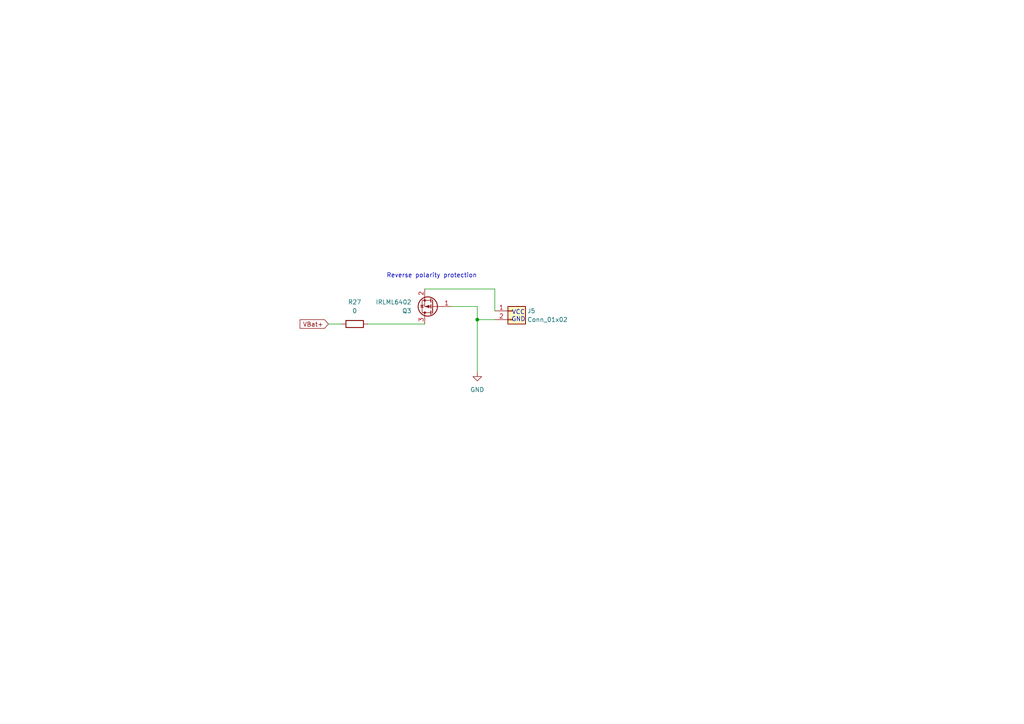
<source format=kicad_sch>
(kicad_sch (version 20250114) (generator "eeschema") (generator_version "9.0")
  (paper "A4")
  (lib_symbols
    (symbol "Connector_Generic:Conn_01x02" (pin_names (offset 1.016) (hide yes))
      (property "Reference" "J5" (at 4.318 0 0))
      (property "Value" "Conn_01x02" (at 4.318 -2.54 0))
      (symbol "Conn_01x02_1_1"
        (rectangle (start -1.27 1.27) (end 3.81 -3.81) (stroke (width 0.254)) (fill (type background)))
        (rectangle (start -1.27 0.127) (end 0 -0.127) (stroke (width 0.1524)))
        (rectangle (start -1.27 -2.413) (end 0 -2.667) (stroke (width 0.1524)))
        (pin passive line (at -5.08 0 0) (length 3.81) (name "Pin_1") (number "1"))
        (pin passive line (at -5.08 -2.54 0) (length 3.81) (name "Pin_2") (number "2"))
      )
    )
    (symbol "Device:R" (pin_numbers (hide yes)) (pin_names (offset 0))
      (property "Reference" "R" (at 2.032 0 90))
      (property "Value" "R" (at 0 0 90))
      (symbol "R_0_1"
        (rectangle (start -1.016 -2.54) (end 1.016 2.54) (stroke (width 0.254)))
      )
      (symbol "R_1_1"
        (pin passive line (at 0 3.81 270) (length 1.27) (name "~") (number "1"))
        (pin passive line (at 0 -3.81 90) (length 1.27) (name "~") (number "2"))
      )
    )
    (symbol "Transistor_FET:IRLML6402" (pin_names (hide yes))
      (property "Reference" "Q" (at 5.08 1.905 0))
      (property "Value" "IRLML6402" (at 5.08 0 0))
      (symbol "IRLML6402_0_1"
        (polyline (pts (xy 0.254 1.905) (xy 0.254 -1.905)) (stroke (width 0.254)))
        (polyline (pts (xy 0.254 0) (xy -2.54 0)))
        (polyline (pts (xy 0.762 2.286) (xy 0.762 1.27)) (stroke (width 0.254)))
        (polyline (pts (xy 0.762 1.778) (xy 3.302 1.778) (xy 3.302 -1.778) (xy 0.762 -1.778)))
        (polyline (pts (xy 0.762 0.508) (xy 0.762 -0.508)) (stroke (width 0.254)))
        (polyline (pts (xy 0.762 -1.27) (xy 0.762 -2.286)) (stroke (width 0.254)))
        (circle (center 1.651 0) (radius 2.794) (stroke (width 0.254)))
        (polyline (pts (xy 2.286 0) (xy 1.27 0.381) (xy 1.27 -0.381) (xy 2.286 0)) (fill (type outline)))
        (polyline (pts (xy 2.54 2.54) (xy 2.54 1.778)))
        (circle (center 2.54 1.778) (radius 0.254) (fill (type outline)))
        (circle (center 2.54 -1.778) (radius 0.254) (fill (type outline)))
        (polyline (pts (xy 2.54 -2.54) (xy 2.54 0) (xy 0.762 0)))
        (polyline (pts (xy 2.794 -0.508) (xy 2.921 -0.381) (xy 3.683 -0.381) (xy 3.81 -0.254)))
        (polyline (pts (xy 3.302 -0.381) (xy 2.921 0.254) (xy 3.683 0.254) (xy 3.302 -0.381)))
      )
      (symbol "IRLML6402_1_1"
        (pin input line (at -5.08 0 0) (length 2.54) (name "G") (number "1"))
        (pin passive line (at 2.54 5.08 270) (length 2.54) (name "D") (number "3"))
        (pin passive line (at 2.54 -5.08 90) (length 2.54) (name "S") (number "2"))
      )
    )
    (symbol "power:GND" (power) (pin_numbers (hide yes)) (pin_names (offset 0) (hide yes))
      (property "Value" "GND" (at 0 -3.81 0))
      (symbol "GND_0_1"
        (polyline (pts (xy 0 0) (xy 0 -1.27) (xy 1.27 -1.27) (xy 0 -2.54) (xy -1.27 -1.27) (xy 0 -1.27)))
      )
      (symbol "GND_1_1"
        (pin power_in line (at 0 0 270) (length 0) (name "~") (number "1"))
      )
    )
  )
  (text "Reverse polarity protection" (at 125.222 80.01 0) (effects (font (size 1.27 1.27))))
  (text "VCC\nGND" (at 150.368 91.694 0) (effects (font (size 1.27 1.27))))
  (junction (at 138.43 92.71))
  (wire (pts (xy 123.19 83.82) (xy 143.51 83.82)))
  (wire (pts (xy 130.81 88.9) (xy 138.43 88.9)))
  (wire (pts (xy 143.51 83.82) (xy 143.51 90.17)))
  (wire (pts (xy 95.25 93.98) (xy 99.06 93.98)))
  (wire (pts (xy 143.51 92.71) (xy 138.43 92.71)))
  (wire (pts (xy 138.43 88.9) (xy 138.43 92.71)))
  (wire (pts (xy 106.68 93.98) (xy 123.19 93.98)))
  (wire (pts (xy 138.43 92.71) (xy 138.43 107.95)))
  (global_label "VBat+" (shape input) (at 95.25 93.98 180) (property "Intersheetrefs" "${INTERSHEET_REFS}" (effects (hide yes))))
  (symbol (lib_id "Connector_Generic:Conn_01x02") (at 148.59 90.17 0) (unit 1)
    (property "Reference" "J5" (at 152.908 90.17 0) (effects (justify left)))
    (property "Value" "Conn_01x02" (at 152.908 92.71 0) (effects (justify left)))
    (property "Footprint" "Connector_JST:JST_PH_S2B-PH-K_1x02_P2.00mm_Horizontal" (effects (hide yes)))
    (property "Description" "Generic connector, single row, 01x02, script generated (kicad-library-utils/schlib/autogen/connector/)" (effects (hide yes)))
  )
  (symbol (lib_id "Transistor_FET:IRLML6402") (at 125.73 88.9 180) (unit 1)
    (property "Reference" "Q3" (at 119.38 90.1701 0) (effects (justify left)))
    (property "Value" "IRLML6402" (at 119.38 87.6301 0) (effects (justify left)))
    (property "Footprint" "Package_TO_SOT_SMD:SOT-23_Handsoldering" (effects (hide yes)))
    (property "Datasheet" "https://www.infineon.com/dgdl/irlml6402pbf.pdf?fileId=5546d462533600a401535668d5c2263c" (effects (hide yes)))
    (property "Description" "-3.7A Id, -20V Vds, 65mOhm Rds, P-Channel HEXFET Power MOSFET, SOT-23" (effects (hide yes)))
    (property "Sim.Library" "C:\\Users\\iandc\\Downloads\\irlml6402.spi" (effects (hide yes)))
    (property "Sim.Name" "irlml6402" (effects (hide yes)))
    (property "Sim.Device" "SUBCKT" (effects (hide yes)))
    (property "Sim.Pins" "1=1 2=2 3=3" (effects (hide yes)))
  )
  (symbol (lib_id "power:GND") (at 138.43 107.95 0) (unit 1)
    (property "Reference" "#PWR05" (effects (hide yes)))
    (property "Value" "GND" (at 138.43 113.03 0))
    (property "Description" "Power symbol creates a global label with name \"GND\" , ground" (effects (hide yes)))
  )
  (symbol (lib_id "Device:R") (at 102.87 93.98 90) (unit 1)
    (property "Reference" "R27" (at 102.87 87.63 90))
    (property "Value" "0" (at 102.87 90.17 90))
    (property "Footprint" "Resistor_SMD:R_0805_2012Metric_Pad1.20x1.40mm_HandSolder" (effects (hide yes)))
    (property "Description" "Resistor" (effects (hide yes)))
  )
)
</source>
